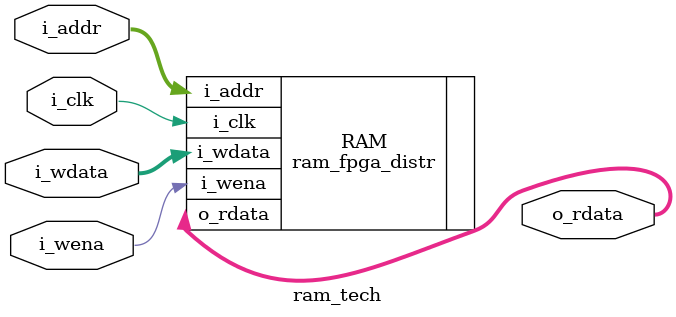
<source format=sv>
`timescale 1ns/10ps
`define TARGET_KC705
module ram_tech
#(
    parameter abits = 12,
    parameter dbits = 64
)
(
    input                      i_clk,
    input [abits - 1:0]        i_addr,
    output logic [dbits - 1:0] o_rdata,
    input                      i_wena,
    input [dbits - 1:0]        i_wdata
);

`ifdef TARGET_INFERRED
    ram_inferred
    #(
        .abits(abits),
        .dbits(dbits)
    ) RAM (
        .i_clk,
        .i_addr,
        .o_rdata,
        .i_wena,
        .i_wdata
    );
`elsif TARGET_KC705
    ram_fpga_distr
    #(
        .abits(abits),
        .dbits(dbits)
    ) RAM (
        .i_clk,
        .i_addr,
        .o_rdata,
        .i_wena,
        .i_wdata
    );
`else
    initial $error("INSTANCE macro is undefined, check technology-dependent memories.");
`endif



`ifdef DISPLAY_MEMORY_INSTANCE_INFORMATION
initial begin 
  $display("");
  $display("****************************************************");
  $display("ram_tech *******************************************");
  $display("unique_tag = ram_tech_W%0d_D%0d_C%0d", dbits, 2**abits, (2**abits)*dbits);
  $display("****************************************************");
  $display("full path     =  %m");
  $display("abits         =  %d",abits);
  $display("dbits         =  %d",dbits);
  $display("Summary ********************************************");
  $display("Width         =  %d",dbits);
  $display("Depth         =  %d",2**abits);
  $display("Capacity      =  %d bits",(2**abits)*dbits);  
  $display("****************************************************");
  $display("");
end
`endif

endmodule: ram_tech
</source>
